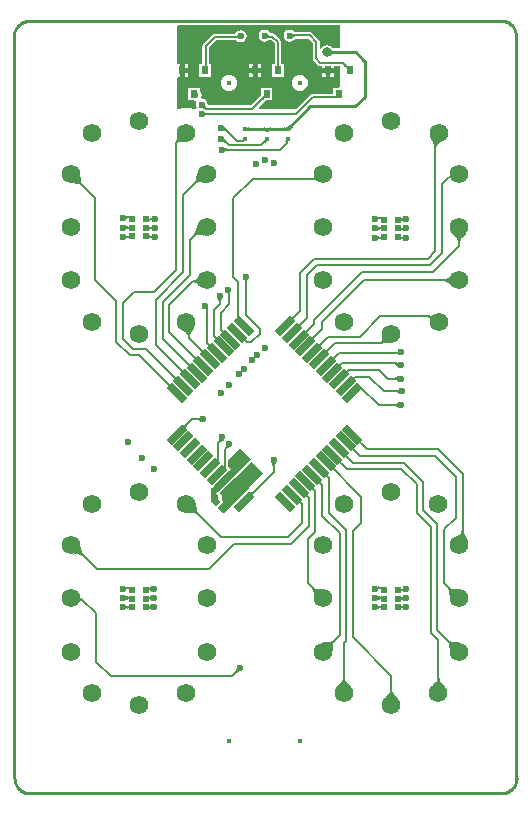
<source format=gtl>
%FSTAX23Y23*%
%MOIN*%
%SFA1B1*%

%IPPOS*%
%AMD35*
4,1,4,-0.000600,0.015000,-0.015000,0.000600,0.000600,-0.015000,0.015000,-0.000600,-0.000600,0.015000,0.0*
%
%AMD36*
4,1,4,0.034800,-0.018100,-0.018100,0.034800,-0.034800,0.018100,0.018100,-0.034800,0.034800,-0.018100,0.0*
%
%AMD37*
4,1,4,-0.018100,-0.034800,0.034800,0.018100,0.018100,0.034800,-0.034800,-0.018100,-0.018100,-0.034800,0.0*
%
%ADD14C,0.010000*%
%ADD31R,0.023620X0.027560*%
%ADD32R,0.017720X0.017720*%
%ADD33R,0.023620X0.023620*%
%ADD34R,0.023620X0.021650*%
G04~CAMADD=35~9~0.0~0.0~204.7~220.5~0.0~0.0~0~0.0~0.0~0.0~0.0~0~0.0~0.0~0.0~0.0~0~0.0~0.0~0.0~45.0~300.0~299.0*
%ADD35D35*%
G04~CAMADD=36~9~0.0~0.0~748.0~236.2~0.0~0.0~0~0.0~0.0~0.0~0.0~0~0.0~0.0~0.0~0.0~0~0.0~0.0~0.0~315.0~696.0~695.0*
%ADD36D36*%
G04~CAMADD=37~9~0.0~0.0~748.0~236.2~0.0~0.0~0~0.0~0.0~0.0~0.0~0~0.0~0.0~0.0~0.0~0~0.0~0.0~0.0~225.0~696.0~695.0*
%ADD37D37*%
%ADD38C,0.006690*%
%ADD39C,0.014960*%
%ADD40C,0.062210*%
%ADD41C,0.023620*%
%ADD42C,0.031500*%
%LNnas-craftsman_nixie_base_v1_1-1*%
%LPD*%
G36*
X18396Y01928D02*
X18395Y01927D01*
X18394Y01926*
X18394Y01925*
X18393Y01924*
X18393Y01923*
X18392Y01922*
X18392Y01921*
X18392Y0192*
X18392Y01919*
X18385*
X18385Y0192*
X18385Y01921*
X18385Y01922*
X18384Y01923*
X18384Y01924*
X18383Y01925*
X18383Y01926*
X18382Y01927*
X18381Y01928*
X1838Y01929*
X18397*
X18396Y01928*
G37*
G36*
X18453Y01875D02*
X18453Y01871D01*
X18453Y0187*
X18453Y01869*
X18454Y01868*
X18454Y01867*
X18455Y01867*
X18455Y01866*
X18456Y01866*
X18443Y01865*
X18443Y01865*
X18444Y01866*
X18444Y01866*
X18445Y01867*
X18445Y01868*
X18445Y01869*
X18446Y0187*
X18446Y01872*
X18446Y01875*
X18453Y01877*
X18453Y01875*
G37*
G36*
X19089Y01872D02*
X19089Y01872D01*
X1909Y01871*
X1909Y01871*
X19091Y01871*
X19091Y01871*
X19092Y01871*
X19092Y01871*
X19093Y01872*
X19093Y01872*
X19087Y0186*
X19087Y01861*
X19087Y01861*
X19087Y01862*
X19087Y01863*
X19087Y01864*
X19086Y01864*
X19086Y01865*
X19085Y01866*
X19084Y01867*
X19083Y01868*
X19088Y01873*
X19089Y01872*
G37*
G36*
X18301Y01832D02*
X18289Y01808D01*
X18289Y01807*
X18289Y01805*
X18282Y01803*
X18282Y01806*
X18281Y01808*
X1828Y0181*
X18279Y01812*
X18277Y01814*
X18275Y01817*
X18272Y01819*
X18269Y01821*
X18266Y01823*
X18262Y01825*
X18304Y01838*
X18301Y01832*
G37*
G36*
X18956Y01783D02*
X18952Y01783D01*
X18945Y01783*
X18942Y01783*
X18939Y01783*
X18937Y01782*
X18934Y01781*
X18932Y0178*
X18931Y01779*
X18929Y01778*
X18924Y01782*
X18926Y01784*
X18927Y01786*
X18928Y01788*
X18929Y0179*
X18929Y01793*
X1893Y01796*
X1893Y01799*
X1893Y01802*
X1893Y01806*
X18929Y0181*
X18956Y01783*
G37*
G36*
X18978Y01716D02*
X18979Y01715D01*
X18979Y01715*
X1898Y01715*
X1898Y01715*
X18981*
X18981Y01715*
X18982Y01715*
X18983Y01715*
X18983Y01716*
X18979Y01703*
X18979Y01704*
X18979Y01704*
X18978Y01705*
X18978Y01706*
X18977Y01707*
X18976Y01708*
X18974Y01711*
X18977Y01716*
X18978Y01716*
G37*
G36*
X18982Y01655D02*
X18981Y01656D01*
X1898Y01657*
X18979Y01657*
X18978Y01658*
X18977Y01658*
X18976Y01659*
X18975Y01659*
X18974Y01659*
X18973Y0166*
X18972Y0166*
Y01666*
X18973Y01666*
X18974Y01667*
X18975Y01667*
X18976Y01667*
X18977Y01668*
X18978Y01668*
X18979Y01669*
X1898Y0167*
X18981Y0167*
X18982Y01671*
Y01655*
G37*
G36*
X18864Y01633D02*
X18865Y01633D01*
X18865Y01633*
X18869Y01629*
X18865Y01624*
X18864Y01625*
X18863Y01626*
X18862Y01626*
X18861Y01627*
X1886Y01627*
X1886Y01627*
X18859Y01627*
X18858Y01627*
X18858Y01627*
X18857Y01626*
X18864Y01633*
X18864Y01633*
G37*
G36*
X18988Y01612D02*
X18987Y01612D01*
X18986Y01613*
X18985Y01614*
X18984Y01615*
X18983Y01615*
X18982Y01616*
X18981Y01616*
X1898Y01616*
X18979Y01616*
X18978Y01616*
Y01623*
X18979Y01623*
X1898Y01623*
X18981Y01624*
X18982Y01624*
X18983Y01624*
X18984Y01625*
X18985Y01626*
X18986Y01626*
X18987Y01627*
X18988Y01628*
Y01612*
G37*
G36*
X18982Y01566D02*
X18981Y01567D01*
X1898Y01568*
X18979Y01569*
X18978Y01569*
X18977Y0157*
X18976Y0157*
X18975Y01571*
X18974Y01571*
X18973Y01571*
X18972Y01571*
X18972Y01578*
X18973Y01578*
X18974Y01578*
X18975Y01578*
X18976Y01579*
X18977Y01579*
X18978Y0158*
X18979Y0158*
X1898Y01581*
X18981Y01582*
X18982Y01583*
X18982Y01566*
G37*
G36*
X18325Y0152D02*
X18324Y01521D01*
X18323Y01522*
X18322Y01523*
X18321Y01523*
X1832Y01524*
X18319Y01524*
X18318Y01525*
X18317Y01525*
X18316Y01525*
X18315Y01525*
Y01532*
X18316Y01532*
X18317Y01532*
X18318Y01532*
X18319Y01532*
X1832Y01533*
X18321Y01533*
X18322Y01534*
X18323Y01535*
X18324Y01536*
X18325Y01537*
Y0152*
G37*
G36*
X18279Y01505D02*
X18278Y01504D01*
X18277Y01503*
X18276Y01502*
X18276Y01501*
X18276Y01501*
X18275Y015*
X18275Y01499*
X18276Y01499*
X18276Y01498*
X18276Y01498*
X18267Y01507*
X18267Y01507*
X18268Y01506*
X18268Y01506*
X18269Y01506*
X1827Y01507*
X1827Y01507*
X18271Y01507*
X18272Y01508*
X18273Y01509*
X18274Y0151*
X18279Y01505*
G37*
G36*
X18401Y01457D02*
X18399Y01456D01*
X18396Y01455*
X18395Y01454*
X18393Y01453*
X18392Y01452*
X18391Y01452*
X18391Y01451*
X18384Y01454*
X18385Y01455*
X18385Y01456*
X18386Y01456*
X18386Y01457*
X18386Y01458*
X18386Y01459*
X18386Y0146*
X18386Y01461*
X18386Y01462*
X18386Y01464*
X18401Y01457*
G37*
G36*
X18422Y01433D02*
X18421Y01433D01*
X18418Y01432*
X18417Y01432*
X18415Y01431*
X18414Y0143*
X18413Y0143*
X18412Y01429*
X18412Y01428*
X18406Y01432*
X18407Y01433*
X18407Y01434*
X18408Y01435*
X18408Y01435*
X18408Y01436*
X18408Y01438*
X18409Y01439*
X18409Y0144*
X18408Y01441*
X18408Y01442*
X18422Y01433*
G37*
G36*
X18576Y01381D02*
X18575Y0138D01*
X18574Y01379*
X18573Y01378*
X18573Y01377*
X18572Y01376*
X18572Y01376*
X18571Y01375*
X18571Y01374*
X18571Y01373*
X18571Y01371*
X18564Y01372*
X18564Y01373*
X18564Y01374*
X18564Y01375*
X18563Y01376*
X18563Y01377*
X18563Y01378*
X18562Y01379*
X18561Y0138*
X1856Y01381*
X1856Y01382*
X18576Y01381*
G37*
G36*
X18534Y01347D02*
X18486Y01299D01*
X18486Y01299*
X18422Y01235*
X18422Y01235*
X18403Y01216*
X18397Y01215*
X18381Y01231*
X18397Y01247*
Y01248*
X18401Y01252*
X18397Y01256*
Y01271*
X18389Y0128*
X18495Y01386*
X18534Y01347*
G37*
G36*
X18491Y01394D02*
X1849Y01392D01*
X18489Y01392*
X18383Y01286*
X18382Y01285*
X18381Y01284*
X18377Y0128*
X18381Y01276*
Y01259*
X18389Y01251*
X18375Y01237*
X1836Y01251*
Y01297*
X1836Y01297*
X18361Y01297*
X18425Y01361*
X18417Y01369*
X18417Y01369*
Y01392*
X18456Y01429*
X18491Y01394*
G37*
G36*
X18501Y01282D02*
X185Y01281D01*
X185Y0128*
X18499Y01279*
X18499Y01279*
X18498Y01278*
X18498Y01277*
X18498Y01277*
X18498Y01276*
X18499Y01275*
X18499Y01275*
X18489Y01284*
X1849Y01284*
X1849Y01284*
X18491Y01284*
X18492Y01284*
X18492Y01284*
X18493Y01284*
X18494Y01285*
X18495Y01285*
X18496Y01286*
X18497Y01287*
X18501Y01282*
G37*
G36*
X18308Y01244D02*
X18312Y01227D01*
X18313Y01224*
X18314Y01222*
X18315Y01219*
X18316Y01218*
X18317Y01216*
X18313Y01211*
X18311Y01212*
X18309Y01213*
X18307Y01214*
X18304Y01215*
X18301Y01216*
X18298Y01216*
X18295Y01216*
X18291Y01216*
X18282Y01214*
X18307Y0125*
X18308Y01244*
G37*
G36*
X19201Y01153D02*
X19201Y01152D01*
X19202Y01151*
X19203Y01147*
X19215Y0112*
X19174Y01136*
X19178Y01138*
X19181Y01139*
X19184Y01141*
X19187Y01143*
X19189Y01145*
X19191Y01147*
X19192Y01149*
X19193Y01151*
X19194Y01154*
X19194Y01156*
X19201Y01153*
G37*
G36*
X17924Y01106D02*
X17928Y01089D01*
X17929Y01086*
X1793Y01083*
X17931Y01081*
X17932Y0108*
X17933Y01078*
X17929Y01073*
X17927Y01074*
X17925Y01075*
X17923Y01076*
X1792Y01077*
X17917Y01077*
X17914Y01078*
X1791Y01078*
X17906Y01077*
X17898Y01076*
X17924Y01111*
X17924Y01106*
G37*
G36*
X18161Y00966D02*
X18161Y00966D01*
Y00959*
X18161Y00959*
Y00954*
X1816Y00955*
X18159Y00956*
X18158Y00956*
X18157Y00957*
X18156Y00958*
X18156Y00958*
X18156Y00958*
X18155Y00957*
X18155Y00957*
X18155Y00956*
X18155Y00956*
Y00958*
X18154Y00958*
X18153Y00959*
X18152Y00959*
X18151Y00959*
Y00966*
X18152Y00966*
X18153Y00966*
X18154Y00966*
X18155Y00966*
Y00969*
X18155Y00968*
X18155Y00968*
X18155Y00967*
X18156Y00967*
X18156Y00967*
X18156Y00967*
X18157Y00967*
X18158Y00968*
X18159Y00969*
X1816Y0097*
X18161Y0097*
Y00966*
G37*
G36*
X18915Y0097D02*
X18915Y0097D01*
X18916Y0097*
X18917Y0097*
X18917Y0097*
X18918Y0097*
X1892Y00969*
X18921Y00969*
X18922Y00969*
Y00963*
X18921Y00963*
X18921Y00963*
X1892Y00962*
X18919Y00962*
X18919Y00962*
X18919Y00962*
X18918Y00962*
X18918Y00961*
X18918Y00961*
X18918Y0096*
X18915Y00971*
X18915Y0097*
G37*
G36*
X18076Y0097D02*
X18077Y0097D01*
X18077Y0097*
X18078Y00969*
X18079Y00969*
X18079Y00969*
X18081Y00969*
X18082Y00969*
X18083Y00969*
Y00962*
X18083Y00962*
X18082Y00962*
X18081Y00962*
X18081Y00962*
X1808Y00962*
X1808Y00961*
X1808Y00961*
X18079Y00961*
X18079Y0096*
X18079Y0096*
X18076Y0097*
X18076Y0097*
G37*
G36*
X18161Y00935D02*
X18161Y00935D01*
Y00928*
X18161Y00928*
Y00923*
X1816Y00924*
X18159Y00925*
X18158Y00926*
X18157Y00926*
X18156Y00927*
X18156Y00927*
X18156Y00927*
X18155Y00926*
X18155Y00926*
X18155Y00925*
X18155Y00925*
Y00927*
X18154Y00928*
X18153Y00928*
X18152Y00928*
X18151Y00928*
Y00935*
X18152Y00935*
X18153Y00935*
X18154Y00935*
X18155Y00935*
Y00938*
X18155Y00937*
X18155Y00937*
X18155Y00936*
X18156Y00936*
X18156Y00936*
X18156Y00936*
X18157Y00937*
X18158Y00937*
X18159Y00938*
X1816Y00939*
X18161Y0094*
Y00935*
G37*
G36*
X19155Y00966D02*
X19157Y00965D01*
X19159Y00964*
X19162Y00963*
X19165Y00963*
X19168Y00962*
X19176Y00961*
X19181Y00961*
X19186Y00961*
X19155Y0093*
X19155Y00935*
X19154Y00948*
X19154Y00951*
X19153Y00954*
X19152Y00957*
X19151Y00959*
X1915Y00961*
X19149Y00963*
X19153Y00967*
X19155Y00966*
G37*
G36*
X18702D02*
X18704Y00965D01*
X18706Y00964*
X18709Y00963*
X18712Y00963*
X18716Y00962*
X18724Y00961*
X18728Y00961*
X18733Y00961*
X18702Y0093*
X18702Y00935*
X18701Y00948*
X18701Y00951*
X187Y00954*
X18699Y00957*
X18698Y00959*
X18697Y00961*
X18696Y00963*
X18701Y00967*
X18702Y00966*
G37*
G36*
X18915Y00939D02*
X18916Y00938D01*
X18917Y00938*
X18918Y00937*
X18919Y00936*
X1892Y00936*
X18921Y00936*
X18922Y00936*
X18922Y00936*
X18923Y00936*
X18924Y00937*
X18924Y00937*
X18924Y00938*
X18924Y00939*
Y00935*
X18925Y00935*
Y00928*
X18924Y00928*
Y00925*
X18924Y00926*
X18924Y00926*
X18924Y00927*
X18923Y00927*
X18922Y00928*
X18922Y00928*
X18921Y00928*
X1892Y00928*
X18919Y00927*
X18918Y00927*
X18917Y00926*
X18916Y00925*
X18915Y00925*
X18915Y00924*
X18915Y0094*
X18915Y00939*
G37*
G36*
X18077Y00939D02*
X18078Y00938D01*
X18079Y00937*
X1808Y00937*
X18081Y00936*
X18082Y00936*
X18082Y00935*
X18083Y00936*
X18083Y00936*
X18084Y00936*
X18084Y00937*
X18084Y00937*
X18084Y00938*
Y00935*
X18085Y00935*
X18086Y00935*
Y00928*
X18085Y00928*
X18084Y00928*
Y00925*
X18084Y00925*
X18084Y00926*
X18084Y00926*
X18083Y00927*
X18083Y00927*
X18082Y00927*
X18082Y00927*
X18081Y00927*
X1808Y00926*
X18079Y00926*
X18078Y00925*
X18077Y00924*
X18076Y00923*
Y0094*
X18077Y00939*
G37*
G36*
X18995Y00936D02*
X18995Y00935D01*
X18995Y00935*
X18996Y00934*
X18996Y00934*
X18997Y00934*
X18998Y00933*
X18999Y00933*
X19Y00933*
X19001Y00933*
Y00926*
X19Y00926*
X18999Y00926*
X18998Y00926*
X18997Y00926*
X18996Y00925*
X18996Y00925*
X18995Y00925*
X18995Y00924*
X18995Y00924*
X18995Y00923*
Y00936*
X18995Y00936*
G37*
G36*
X17924Y00933D02*
X17924Y00932D01*
X17924Y00932*
X17925Y00931*
X17926Y00931*
X17926Y0093*
X17927Y0093*
X17928Y0093*
X17929Y0093*
X1793Y0093*
Y00923*
X17929Y00923*
X17928Y00923*
X17927Y00923*
X17926Y00922*
X17925Y00922*
X17924Y00922*
X17923Y00921*
X17923Y00921*
X17922Y0092*
X17922Y00919*
X17924Y00934*
X17924Y00933*
G37*
G36*
X18161Y00904D02*
X18161D01*
Y00897*
X18161Y00897*
Y00892*
X1816Y00893*
X18159Y00894*
X18158Y00895*
X18157Y00895*
X18156Y00896*
X18156Y00896*
X18156Y00896*
X18155Y00895*
X18155Y00895*
X18155Y00894*
X18155Y00894*
Y00896*
X18154Y00897*
X18153Y00897*
X18152Y00897*
X18151Y00897*
Y00904*
X18152Y00904*
X18153Y00904*
X18154Y00904*
X18155Y00904*
Y00907*
X18155Y00906*
X18155Y00906*
X18155Y00905*
X18156Y00905*
X18156Y00905*
X18156Y00905*
X18157Y00906*
X18158Y00906*
X18159Y00907*
X1816Y00908*
X18161Y00909*
Y00904*
G37*
G36*
X18917Y00906D02*
X18917Y00905D01*
X18918Y00905*
X18918Y00905*
X18919Y00904*
X18919Y00904*
X1892Y00904*
X18921Y00904*
X18922Y00904*
X18923Y00904*
Y00897*
X18922Y00897*
X1892Y00897*
X18919Y00897*
X18919Y00897*
X18918Y00896*
X18917Y00896*
X18917Y00896*
X18917Y00896*
X18916Y00895*
X18917Y00906*
X18917Y00906*
G37*
G36*
X18078Y00905D02*
X18079Y00905D01*
X18079Y00904*
X1808Y00904*
X1808Y00904*
X18081Y00904*
X18081Y00904*
X18082Y00903*
X18083Y00903*
X18084Y00903*
Y00897*
X18083Y00897*
X18081Y00897*
X18081Y00896*
X1808Y00896*
X18079Y00896*
X18079Y00896*
X18078Y00895*
X18078Y00895*
X18078Y00895*
X18078Y00905*
X18078Y00905*
G37*
G36*
X18995Y00907D02*
X18995Y00906D01*
X18995Y00906*
X18996Y00905*
X18996Y00905*
X18997Y00905*
X18998Y00905*
X18999Y00904*
X19Y00904*
X19001Y00904*
Y00898*
X19Y00898*
X18999Y00897*
X18998Y00897*
X18997Y00897*
X18996Y00897*
X18996Y00896*
X18995Y00896*
X18995Y00895*
X18995Y00895*
X18995Y00894*
Y00908*
X18995Y00907*
G37*
G36*
X19155Y00789D02*
X19157Y00788D01*
X19159Y00787*
X19162Y00786*
X19165Y00785*
X19168Y00785*
X19176Y00784*
X19181Y00784*
X19186Y00784*
X19155Y00753*
X19155Y00758*
X19154Y00771*
X19154Y00774*
X19153Y00777*
X19152Y0078*
X19151Y00782*
X1915Y00784*
X19149Y00786*
X19153Y0079*
X19155Y00789*
G37*
G36*
X18771Y00786D02*
X1877Y00784D01*
X18768Y00782*
X18767Y0078*
X18767Y00777*
X18766Y00774*
X18765Y00771*
X18765Y00763*
X18765Y00758*
X18764Y00753*
X18734Y00784*
X18739Y00784*
X18751Y00785*
X18755Y00785*
X18758Y00786*
X1876Y00787*
X18763Y00788*
X18765Y00789*
X18766Y0079*
X18771Y00786*
G37*
G36*
X18456Y00685D02*
X18454Y00685D01*
X18453Y00685*
X18452Y00684*
X18451Y00684*
X18449Y00684*
X18448Y00683*
X18448Y00683*
X18447Y00682*
X18446Y00682*
X18445Y00681*
X1844Y00686*
X18441Y00687*
X18442Y00687*
X18442Y00688*
X18443Y00689*
X18443Y0069*
X18443Y00691*
X18444Y00693*
X18444Y00694*
X18444Y00695*
X18444Y00696*
X18456Y00685*
G37*
G36*
X19121Y00663D02*
X19121Y00661D01*
X19122Y00658*
X19124Y00656*
X19125Y00653*
X19127Y0065*
X19132Y00644*
X19136Y00641*
X19139Y00637*
X19095*
X19099Y00641*
X19107Y0065*
X19109Y00653*
X19111Y00656*
X19112Y00658*
X19113Y00661*
X19114Y00663*
X19114Y00665*
X19121*
X19121Y00663*
G37*
G36*
X18806D02*
X18806Y00661D01*
X18807Y00658*
X18809Y00656*
X1881Y00653*
X18812Y0065*
X18817Y00644*
X18821Y00641*
X18824Y00637*
X18781*
X18784Y00641*
X18792Y0065*
X18794Y00653*
X18796Y00656*
X18797Y00658*
X18798Y00661*
X18799Y00663*
X18799Y00665*
X18806*
X18806Y00663*
G37*
G36*
X18963Y00623D02*
X18964Y00621D01*
X18965Y00619*
X18966Y00616*
X18968Y00614*
X1897Y00611*
X18975Y00605*
X18978Y00601*
X18982Y00598*
X18938*
X18942Y00601*
X1895Y00611*
X18952Y00614*
X18953Y00616*
X18955Y00619*
X18956Y00621*
X18956Y00623*
X18956Y00625*
X18963*
X18963Y00623*
G37*
G36*
X18629Y02814D02*
X18631Y02813D01*
X18632Y02812*
X18634Y02812*
X18635Y02811*
X18636Y02811*
X18637Y02811*
X18638Y02811*
X18639Y02811*
X1864Y02804*
X18639Y02804*
X18638Y02804*
X18637Y02803*
X18636Y02803*
X18635Y02803*
X18634Y02802*
X18633Y02801*
X18632Y02801*
X18631Y028*
X1863Y02799*
X18628Y02815*
X18629Y02814*
G37*
G36*
X18527Y0284D02*
D01*
X18788*
Y02767*
X18785Y02764*
X18765*
X18762Y02767*
X18755Y02772*
X18745Y02774*
X18736Y02772*
X18728Y02767*
X18726Y02763*
X18721Y02765*
Y02786*
X1872Y0279*
X18717Y02794*
X18696Y02815*
X18692Y02818*
X18688Y02819*
X18636*
X18635Y0282*
X18628Y02824*
X18621Y02826*
X18613Y02824*
X18607Y0282*
X18602Y02813*
X18601Y02806*
X18602Y02798*
X18607Y02792*
X18613Y02787*
X18621Y02786*
X18628Y02787*
X18635Y02792*
X18638Y02796*
X18683*
X18698Y02781*
Y0273*
X18699Y02726*
X18701Y02722*
X18716Y02707*
X1872Y02705*
X18724Y02704*
X18729*
Y02698*
X18748*
Y02691*
Y02698*
X18768*
Y02704*
X18788*
Y02637*
X18785Y02633*
X18766*
Y02613*
X18699*
X18694Y02612*
X18691Y02609*
X18643Y02562*
X1852*
X18518Y02567*
X18541Y0259*
X18564*
Y02633*
X18525*
Y02606*
X18492Y02574*
X1835*
X18348Y02576*
X18347Y02584*
X18342Y0259*
X18336Y02595*
X18328Y02596*
X18328Y02596*
X18325Y026*
X18326Y02601*
X18328Y02609*
X18326Y02617*
X18322Y02623*
X18321Y02624*
Y02633*
X18281*
Y0259*
X18301*
X18307Y02589*
X18308Y02589*
X1831Y02585*
X1831Y02584*
X18308Y02576*
X1831Y02568*
X18311Y02567*
X18309Y02562*
X18298*
X18293Y02564*
X18277Y02565*
X18261Y02564*
X18256Y02562*
X18247*
Y02665*
X1825Y02669*
X18256*
Y02691*
Y02712*
X18247*
Y02837*
X1825Y0284*
X18527*
G37*
G36*
X18757Y0276D02*
X18759Y02759D01*
X1876Y02758*
X18761Y02757*
X18763Y02757*
X18764Y02756*
X18765Y02756*
X18767Y02756*
X18768Y02755*
X18769Y02755*
X1877Y02745*
X18768Y02745*
X18767Y02745*
X18766Y02745*
X18764Y02744*
X18763Y02744*
X18762Y02743*
X18761Y02742*
X18759Y02741*
X18758Y0274*
X18757Y02739*
X18756Y02761*
X18757Y0276*
G37*
G36*
X18811Y02708D02*
X18814Y02705D01*
X18815Y02705*
X18816Y02704*
X18817Y02704*
X18818Y02703*
X18818Y02704*
X18819Y02704*
X18819Y02704*
X18812Y02693*
X18812Y02694*
X18812Y02695*
X18812Y02695*
X18811Y02696*
X18811Y02698*
X1881Y02699*
X18809Y027*
X18806Y02703*
X18804Y02705*
X1881Y02709*
X18811Y02708*
G37*
G36*
X18542Y02598D02*
X18542Y02599D01*
X18541Y02599*
X1854*
X1854Y02599*
X18539Y02598*
X18538Y02598*
X18537Y02597*
X18536Y02596*
X18533Y02593*
X18528Y02598*
X18529Y026*
X18532Y02602*
X18532Y02603*
X18533Y02604*
X18533Y02605*
X18533Y02606*
Y02606*
X18533Y02607*
X18533Y02608*
X18542Y02598*
G37*
G36*
X18774D02*
X18774Y02598D01*
X18774Y02598*
X18773Y02598*
X18767Y02598*
Y02605*
X18769Y02605*
X1877Y02605*
X18771Y02605*
X18772Y02605*
X18772Y02606*
X18773Y02606*
X18774Y02606*
X18774Y02607*
X18774Y02607*
X18774Y02608*
Y02598*
G37*
G36*
X1834Y02575D02*
X1834Y02573D01*
X1834Y02572*
X18341Y02571*
X18341Y0257*
X18341Y02569*
X18342Y02568*
X18342Y02567*
X18343Y02566*
X18344Y02565*
X18339Y02561*
X18338Y02561*
X18337Y02562*
X18336Y02562*
X18335Y02563*
X18334Y02563*
X18333Y02564*
X18332Y02564*
X18331Y02564*
X1833Y02564*
X18328Y02564*
X1834Y02576*
X1834Y02575*
G37*
G36*
X1863Y02503D02*
X18628Y02501D01*
X18625Y02497*
X18624Y02496*
X18623Y02494*
X18623Y02493*
X18622Y02492*
X18622Y0249*
X18623Y0249*
X18623Y02489*
X1861Y02504*
X18611Y02503*
X18612Y02503*
X18613*
X18614Y02503*
X18615Y02504*
X18617Y02504*
X18618Y02506*
X1862Y02507*
X18624Y02511*
X1863Y02503*
G37*
G36*
X18606Y02486D02*
X18606Y02487D01*
X18605Y02487*
X18605Y02488*
X18604Y02488*
X18603Y02488*
X18602Y02489*
X18601Y02489*
X18599Y02489*
X18596Y02489*
Y02499*
X18598Y02499*
X18599Y02499*
X18601Y025*
X18602Y025*
X18603Y025*
X18604Y02501*
X18605Y02501*
X18605Y02502*
X18606Y02503*
X18606Y02504*
Y02486*
G37*
G36*
X18405Y02502D02*
X18408Y02498D01*
X18408Y02497*
X1841Y02495*
X18411Y02494*
X18409Y02486*
X18408Y02487*
X18407Y02487*
X18407Y02488*
X18406Y02488*
X18405Y02488*
X18404Y02488*
X18403Y02488*
X18402Y02488*
X18401Y02488*
X184Y02487*
X18405Y02503*
X18405Y02502*
G37*
G36*
X18483Y02502D02*
X18483Y02502D01*
X18484Y02501*
X18485Y02501*
X18485Y025*
X18487Y025*
X18488Y02499*
X18489Y02499*
X18491Y02499*
X18493Y02499*
Y02489*
X18491Y02489*
X18488Y02489*
X18487Y02489*
X18485Y02488*
X18485Y02488*
X18484Y02487*
X18483Y02487*
X18483Y02486*
X18483Y02486*
Y02503*
X18483Y02502*
G37*
G36*
X18556Y02501D02*
X18556Y02501D01*
X18557Y025*
X18558Y025*
X18558Y025*
X1856Y025*
X18561Y02499*
X18562Y02499*
X18566Y02499*
Y02489*
X18564Y02489*
X18562Y02489*
X18561Y02489*
X1856Y02488*
X18558Y02488*
X18558Y02487*
X18557Y02487*
X18556Y02486*
X18556Y02485*
X18556Y02484*
Y02502*
X18556Y02501*
G37*
G36*
X18538Y02484D02*
X18538Y02485D01*
X18538Y02486*
X18538Y02487*
X18537Y02487*
X18536Y02488*
X18535Y02488*
X18534Y02489*
X18532Y02489*
X1853Y02489*
X18528Y02489*
Y02499*
X1853Y02499*
X18534Y02499*
X18535Y025*
X18536Y025*
X18537Y025*
X18538Y025*
X18538Y02501*
X18538Y02501*
X18538Y02502*
Y02484*
G37*
G36*
X18548Y02453D02*
X18547Y02453D01*
X18547Y02454*
X18546Y02454*
X18545Y02453*
X18544Y02453*
X18543Y02452*
X18542Y02452*
X18541Y02451*
X18538Y02448*
X18534Y02453*
X18535Y02454*
X18537Y02457*
X18538Y02458*
X18539Y02459*
X18539Y0246*
X18539Y02461*
X18539Y02461*
X18539Y02462*
X18539Y02462*
X18548Y02453*
G37*
G36*
X18272Y02452D02*
X18268Y02452D01*
X18265Y02453*
X18262Y02453*
X18259Y02453*
X18256Y02452*
X18254Y02452*
X18252Y02451*
X18249Y0245*
X18248Y02449*
X18246Y02447*
X18241Y02452*
X18243Y02454*
X18244Y02455*
X18245Y02457*
X18246Y0246*
X18246Y02462*
X18247Y02465*
X18247Y02468*
X18247Y02471*
X18246Y02474*
X18246Y02478*
X18272Y02452*
G37*
G36*
X18617Y02455D02*
X18617Y02455D01*
X18616Y02454*
X18616Y02454*
X18616Y02453*
X18615Y02453*
X18615Y02452*
X18615Y02451*
X18615Y0245*
X18615Y02448*
X18608*
X18608Y0245*
X18608Y02452*
X18608Y02452*
X18608Y02453*
X18607Y02454*
X18607Y02454*
X18607Y02454*
X18606Y02455*
X18606Y02455*
X18618Y02455*
X18617Y02455*
G37*
G36*
X18406Y02462D02*
X18407Y0246D01*
X18407Y02458*
X18408Y02457*
X18408Y02456*
X18409Y02455*
X18409Y02454*
X1841Y02454*
X18411Y02453*
X18407Y02447*
X18406Y02448*
X18405Y02449*
X18404Y02449*
X18403Y0245*
X18402Y0245*
X18401Y0245*
X184Y0245*
X18399Y0245*
X18398Y0245*
X18397Y0245*
X18406Y02464*
X18406Y02462*
G37*
G36*
X1913Y02454D02*
X19127Y02452D01*
X19123Y02451*
X1912Y02449*
X19118Y02447*
X19115Y02445*
X19114Y02442*
X19112Y0244*
X19111Y02438*
X1911Y02436*
X1911Y02434*
X19104Y02436*
X19103Y02437*
X19103Y02439*
X19102Y02441*
X19099Y0245*
X1909Y02469*
X1913Y02454*
G37*
G36*
X18404Y02434D02*
X18405Y02433D01*
X18406Y02432*
X18407Y02431*
X18408Y02431*
X18409Y0243*
X1841Y0243*
X18411Y0243*
X18412Y0243*
X18413Y0243*
Y02423*
X18412Y02423*
X18411Y02423*
X1841Y02422*
X18409Y02422*
X18408Y02422*
X18407Y02421*
X18406Y0242*
X18405Y0242*
X18404Y02419*
X18403Y02418*
Y02435*
X18404Y02434*
G37*
G36*
X19159Y0233D02*
X19159Y0233D01*
X19159Y0233*
X19159Y0233*
X19158Y0233*
X19157Y02331*
X19157Y02331*
X19155Y02331*
X19153Y02331*
Y02338*
X19154Y02338*
X19154Y02338*
X19155Y02338*
X19155Y02338*
X19155Y02338*
X19156Y02338*
X19156Y02338*
X19156Y02338*
X19156Y02339*
X19156Y02339*
X19159Y0233*
G37*
G36*
X18708Y02327D02*
X18708Y02327D01*
X18708Y02327*
X18708Y02327*
X18707Y02328*
X18707Y02327*
X18706Y02327*
X18706Y02327*
X18706Y02327*
X18705Y02326*
X18705Y02326*
X187Y02331*
X18701Y02332*
X18703Y02334*
X18703Y02334*
X18703Y02335*
X18704Y02336*
X18704Y02336*
X18704Y02336*
X18704Y02337*
X18708Y02327*
G37*
G36*
X18338Y02315D02*
X18334Y02316D01*
X18326Y02317*
X18322Y02317*
X18319Y02317*
X18316Y02317*
X18314Y02316*
X18312Y02315*
X1831Y02314*
X18308Y02312*
X18304Y02318*
X18305Y02319*
X18306Y02321*
X18307Y02323*
X18308Y02326*
X1831Y02332*
X18314Y02346*
X18315Y02352*
X18338Y02315*
G37*
G36*
X17924Y0234D02*
X17925Y02327D01*
X17925Y02324*
X17926Y0232*
X17927Y02318*
X17928Y02316*
X17929Y02314*
X1793Y02312*
X17925Y02307*
X17924Y02309*
X17922Y0231*
X1792Y02311*
X17917Y02312*
X17914Y02312*
X17911Y02313*
X17903Y02314*
X17898Y02314*
X17893Y02314*
X17924Y02344*
X17924Y0234*
G37*
G36*
X18999Y02196D02*
X19001Y02196D01*
Y02189*
X19*
X19001Y02185*
X19Y02186*
X18998Y02187*
X18997Y02188*
X18996Y02188*
X18995Y02188*
X18995Y02188*
X18994Y02188*
X18994Y02187*
X18994Y02187*
X18994Y02186*
Y02189*
X18993Y02189*
X18992Y02189*
X18991Y02189*
X1899Y02189*
X18989Y02196*
X1899Y02196*
X18992Y02196*
X18993Y02197*
X18993Y02197*
X18994Y02197*
Y02199*
X18994Y02199*
X18994Y02198*
X18994Y02198*
X18995Y02197*
X18995Y02198*
X18996Y02199*
X18997Y02199*
X18998Y022*
X18999Y02201*
X18999Y02196*
G37*
G36*
X18075Y02205D02*
X18075Y02205D01*
X18076Y02204*
X18076Y02204*
X18077Y02204*
X18078Y02204*
X18079Y02204*
X18081Y02204*
X18082Y02204*
Y02197*
X18081Y02197*
X1808Y02197*
X1808Y02197*
X18079Y02197*
X18079Y02196*
X18078Y02196*
X18078Y02196*
X18078Y02196*
X18077Y02195*
X18077Y02195*
X18074Y02205*
X18075Y02205*
G37*
G36*
X18915Y02202D02*
X18915Y02202D01*
X18916Y02202*
X18916Y02201*
X18917Y02201*
X18918Y02201*
X1892Y02201*
X18921Y02201*
X18922Y02201*
Y02194*
X18921Y02194*
X18921Y02194*
X1892Y02194*
X18919Y02194*
X18919Y02194*
X18919Y02193*
X18918Y02193*
X18918Y02193*
X18918Y02193*
X18918Y02192*
X18915Y02202*
X18915Y02202*
G37*
G36*
X18168Y02186D02*
X18166Y02187D01*
X18164Y02188*
X18163Y02189*
X18161Y0219*
X1816Y0219*
X18159Y0219*
X18158Y0219*
X18157Y0219*
X18155Y02197*
X18156Y02197*
X18157Y02197*
X18158Y02197*
X18159Y02198*
X1816Y02198*
X18161Y02199*
X18162Y022*
X18163Y022*
X18163Y02201*
X18164Y02202*
X18168Y02186*
G37*
G36*
X18167Y02156D02*
X18165Y02157D01*
X18163Y02158*
X18162Y02159*
X18161Y0216*
X1816Y0216*
X18159Y0216*
X18158Y02161*
X18158Y02161*
X18157Y0216*
X18156Y0216*
X18156Y0216*
X18155Y02159*
X18155Y02159*
X18154Y02159*
X18154Y02158*
X18154Y02157*
Y02171*
X18154Y0217*
X18154Y0217*
X18155Y02169*
X18155Y02169*
X18156Y02168*
X18156Y02168*
X18157Y02168*
X18158Y02168*
X18158Y02168*
X18159Y02168*
X1816Y02169*
X18161Y02169*
X18162Y0217*
X18163Y02171*
X18164Y02172*
X18165Y02173*
X18167Y02156*
G37*
G36*
X18075Y02174D02*
X18076Y02173D01*
X18077Y02172*
X18078Y02171*
X18079Y02171*
X1808Y0217*
X18081Y0217*
X18081Y0217*
X18082Y0217*
X18082Y02171*
X18083Y02171*
X18083Y02172*
X18083Y02172*
X18084Y02173*
Y0217*
X18084Y0217*
Y02163*
X18084Y02163*
Y0216*
X18083Y0216*
X18083Y02161*
X18083Y02161*
X18082Y02162*
X18082Y02162*
X18081Y02162*
X18081Y02162*
X1808Y02162*
X18079Y02162*
X18078Y02161*
X18077Y0216*
X18076Y0216*
X18075Y02159*
X18074Y02158*
Y02174*
X18075Y02174*
G37*
G36*
X18915Y02171D02*
X18916Y0217D01*
X18917Y02169*
X18918Y02169*
X18919Y02168*
X1892Y02168*
X18921Y02167*
X18922Y02168*
X18922Y02168*
X18923Y02168*
X18923Y02169*
X18923Y0217*
X18923Y0217*
Y02167*
X18923Y02167*
X18924Y02167*
Y0216*
X18923Y0216*
X18923Y0216*
Y02157*
X18923Y02157*
X18923Y02158*
X18923Y02159*
X18922Y02159*
X18922Y02159*
X18921Y0216*
X1892Y02159*
X18919Y02159*
X18918Y02158*
X18917Y02158*
X18916Y02157*
X18915Y02156*
X18914Y02155*
X18914Y02172*
X18915Y02171*
G37*
G36*
X18165Y02127D02*
X18164Y02128D01*
X18163Y02129*
X18162Y02129*
X18161Y0213*
X1816Y02131*
X18159Y02131*
X18158Y02131*
X18158Y02132*
X18157Y02132*
X18156Y02131*
X18156Y02131*
X18155Y02131*
X18155Y0213*
X18154Y0213*
X18154Y02129*
X18154Y02129*
Y02142*
X18154Y02141*
X18154Y02141*
X18155Y0214*
X18155Y0214*
X18156Y02139*
X18156Y02139*
X18157Y02139*
X18158Y02139*
X18159Y02139*
X1816Y02139*
X18161Y0214*
X18162Y0214*
X18163Y02141*
X18164Y02142*
X18165Y02142*
X18166Y02143*
X18165Y02127*
G37*
G36*
X18335Y02139D02*
X18331Y0214D01*
X18327Y02141*
X18323Y02142*
X1832Y02142*
X18317Y02142*
X18314Y02142*
X18312Y02142*
X1831Y02141*
X18308Y0214*
X18306Y02138*
X18303Y02145*
X18303Y02145*
X18304Y02147*
X18305Y02149*
X18309Y02158*
X18316Y02178*
X18335Y02139*
G37*
G36*
X18077Y0214D02*
X18077Y0214D01*
X18077Y02139*
X18078Y02139*
X18078Y02139*
X18079Y02139*
X1808Y02138*
X1808Y02138*
X18081Y02138*
X18082Y02138*
Y02132*
X18081Y02132*
X18079Y02131*
X18079Y02131*
X18078Y02131*
X18078Y02131*
X18077Y02131*
X18077Y0213*
X18076Y0213*
X18076Y0213*
X18076Y0214*
X18077Y0214*
G37*
G36*
X18917Y02137D02*
X18917Y02137D01*
X18918Y02137*
X18918Y02136*
X18919Y02136*
X18919Y02136*
X1892Y02136*
X18921Y02136*
X18922Y02136*
X18922Y02136*
Y02129*
X18922Y02129*
X1892Y02129*
X18919Y02129*
X18918Y02128*
X18918Y02128*
X18917Y02128*
X18917Y02128*
X18917Y02127*
X18916Y02127*
X18917Y02138*
X18917Y02137*
G37*
G36*
X19208Y02145D02*
X19205Y02142D01*
X19196Y02132*
X19194Y0213*
X19192Y02127*
X19191Y02124*
X1919Y02122*
X1919Y0212*
X19189Y02118*
X19183Y02118*
X19183Y0212*
X19182Y02122*
X19181Y02124*
X1918Y02127*
X19178Y0213*
X19176Y02132*
X19171Y02139*
X19168Y02142*
X19164Y02146*
X19208Y02145*
G37*
G36*
X18483Y01994D02*
X18482Y01993D01*
X18481Y01992*
X18481Y01991*
X1848Y0199*
X1848Y01989*
X18479Y01988*
X18479Y01987*
X18479Y01986*
X18479Y01985*
X18472*
X18472Y01986*
X18472Y01987*
X18472Y01988*
X18472Y01989*
X18471Y0199*
X18471Y01991*
X1847Y01992*
X18469Y01993*
X18468Y01994*
X18467Y01995*
X18484*
X18483Y01994*
G37*
G36*
X18322Y01971D02*
X1832Y01973D01*
X18317Y01975*
X18315Y01977*
X18313Y01979*
X18311Y0198*
X18309Y01982*
X18306Y01983*
X18304Y01983*
X18302Y01984*
X183Y01984*
Y0199*
X18302Y01991*
X18304Y01991*
X18306Y01992*
X18308Y01993*
X1831Y01994*
X18311Y01996*
X18313Y01997*
X18315Y02*
X18316Y02002*
X18318Y02005*
X18322Y01971*
G37*
G36*
X19164Y01969D02*
X19161Y01972D01*
X19151Y0198*
X19148Y01983*
X19146Y01984*
X19143Y01985*
X19141Y01986*
X19139Y01987*
X19137Y01987*
Y01994*
X19139Y01994*
X19141Y01995*
X19143Y01995*
X19146Y01997*
X19148Y01998*
X19151Y02*
X19157Y02006*
X19161Y02009*
X19164Y02012*
Y01969*
G37*
%LNnas-craftsman_nixie_base_v1_1-2*%
%LPC*%
G36*
X18458Y02825D02*
X1845Y02823D01*
X18444Y02819*
X1844Y02813*
X18373*
X18368Y02812*
X18365Y0281*
X18333Y02778*
X18331Y02775*
X1833Y0277*
Y02712*
X18319*
Y02669*
X18358*
Y02712*
X18353*
Y02765*
X18377Y0279*
X18444*
X1845Y02786*
X18458Y02785*
X18465Y02786*
X18472Y02791*
X18476Y02797*
X18478Y02805*
X18476Y02812*
X18472Y02819*
X18465Y02823*
X18458Y02825*
G37*
G36*
X18283Y02712D02*
X18272D01*
Y02698*
X18283*
Y02712*
G37*
G36*
X18527D02*
X18515D01*
Y02698*
X18527*
Y02712*
G37*
G36*
X18499D02*
X18487D01*
Y02698*
X18499*
Y02712*
G37*
G36*
X18768Y02683D02*
X18756D01*
Y02669*
X18768*
Y02683*
G37*
G36*
X18741D02*
X18729D01*
Y02669*
X18741*
Y02683*
G37*
G36*
X18538Y02826D02*
X1853Y02824D01*
X18524Y0282*
X1852Y02813*
X18518Y02806*
X1852Y02798*
X18524Y02792*
X1853Y02787*
X18538Y02786*
X18546Y02787*
X18552Y02791*
X18559*
X18571Y0278*
Y02712*
X18562*
Y02669*
X18602*
Y02712*
X18593*
Y02784*
X18593Y02789*
X1859Y02793*
X18572Y02811*
X18568Y02813*
X18564Y02814*
X18556*
X18552Y0282*
X18546Y02824*
X18538Y02826*
G37*
G36*
X18527Y02683D02*
X18515D01*
Y02669*
X18527*
Y02683*
G37*
G36*
X18499D02*
X18487D01*
Y02669*
X18499*
Y02683*
G37*
G36*
X18283D02*
X18272D01*
Y02669*
X18283*
Y02683*
G37*
G36*
X18655Y02676D02*
X18648Y02675D01*
X18642Y02672*
X18636Y02668*
X18632Y02662*
X18629Y02656*
X18628Y02649*
X18629Y02642*
X18632Y02635*
X18636Y0263*
X18642Y02626*
X18648Y02623*
X18655Y02622*
X18662Y02623*
X18669Y02626*
X18674Y0263*
X18679Y02635*
X18681Y02642*
X18682Y02649*
X18681Y02656*
X18679Y02662*
X18674Y02668*
X18669Y02672*
X18662Y02675*
X18655Y02676*
G37*
G36*
X18419D02*
X18412Y02675D01*
X18406Y02672*
X184Y02668*
X18396Y02662*
X18393Y02656*
X18392Y02649*
X18393Y02642*
X18396Y02635*
X184Y0263*
X18406Y02626*
X18412Y02623*
X18419Y02622*
X18426Y02623*
X18433Y02626*
X18438Y0263*
X18442Y02635*
X18445Y02642*
X18446Y02649*
X18445Y02656*
X18442Y02662*
X18438Y02668*
X18433Y02672*
X18426Y02675*
X18419Y02676*
G37*
%LNnas-craftsman_nixie_base_v1_1-3*%
%LPD*%
G36*
X18452Y02795D02*
X18451Y02795D01*
X18447Y02797*
X18446Y02797*
X18444Y02798*
X18443Y02798*
X18442Y02798*
X18441Y02798*
X18439Y02805*
X1844Y02805*
X18441Y02805*
X18442Y02805*
X18443Y02806*
X18444Y02806*
X18445Y02807*
X18445Y02808*
X18446Y02808*
X18447Y02809*
X18447Y0281*
X18452Y02795*
G37*
G36*
X18345Y0271D02*
X18345Y02708D01*
X18345Y02707*
X18345Y02707*
X18346Y02706*
X18346Y02705*
X18346Y02705*
X18347Y02704*
X18347Y02704*
X18348Y02704*
X18335*
X18335Y02704*
X18336Y02704*
X18336Y02705*
X18337Y02705*
X18337Y02706*
X18338Y02707*
X18338Y02707*
X18338Y02708*
X18338Y0271*
X18338Y02711*
X18345*
X18345Y0271*
G37*
G36*
X18549Y02811D02*
X1855Y0281D01*
X1855Y02809*
X18551Y02808*
X18552Y02807*
X18553Y02807*
X18554Y02807*
X18555Y02806*
X18556Y02806*
X18557Y02806*
X18555Y02799*
X18554Y02799*
X18553Y02799*
X18552Y02799*
X18551Y02799*
X1855Y02798*
X18548Y02798*
X18547Y02797*
X18544Y02796*
X18548Y02812*
X18549Y02811*
G37*
G36*
X18585Y0271D02*
X18585Y02708D01*
X18586Y02707*
X18586Y02707*
X18586Y02706*
X18587Y02705*
X18587Y02705*
X18587Y02704*
X18588Y02704*
X18589Y02704*
X18575*
X18576Y02704*
X18576Y02704*
X18577Y02705*
X18577Y02705*
X18578Y02706*
X18578Y02707*
X18578Y02707*
X18578Y02708*
X18579Y0271*
X18579Y02711*
X18585*
X18585Y0271*
G37*
G54D14*
X1869Y0257D02*
X1884D01*
X18615Y02495D02*
X18618Y02499D01*
X18619*
X1869Y0257*
X18871Y02601D02*
Y0272D01*
X1884Y0257D02*
X18871Y02601D01*
X18841Y0275D02*
X18868Y02723D01*
Y02723D02*
Y02723D01*
X18746Y0275D02*
X18841D01*
X18868Y02723D02*
X18871Y0272D01*
X18745Y0275D02*
X18746Y0275D01*
X18547Y02493D02*
X18548Y02494D01*
X18613*
X18474Y02494D02*
X18474Y02494D01*
X18546D02*
X18547Y02493D01*
X18474Y02494D02*
X18546D01*
X18612Y02498D02*
X18615Y02495D01*
X17704Y00331D02*
D01*
X17705Y00327*
X17705Y00324*
X17706Y0032*
X17706Y00317*
X17707Y00314*
X17709Y00311*
X1771Y00307*
X17712Y00304*
X17714Y00301*
X17716Y00299*
X17718Y00296*
X17721Y00294*
X17724Y00291*
X17726Y00289*
X17729Y00288*
X17733Y00286*
X17736Y00284*
X17739Y00283*
X17742Y00282*
X17746Y00282*
X17749Y00281*
X17753Y00281*
X17754Y00281*
X17753Y02855D02*
D01*
X17749Y02855*
X17746Y02855*
X17743Y02854*
X17739Y02853*
X17736Y02852*
X17733Y02851*
X1773Y02849*
X17726Y02848*
X17724Y02846*
X17721Y02843*
X17718Y02841*
X17716Y02839*
X17714Y02836*
X17712Y02833*
X1771Y0283*
X17708Y02827*
X17707Y02824*
X17705Y02821*
X17704Y02817*
X17704Y02814*
X17703Y0281*
X17703Y02807*
X17703Y02805*
X19376D02*
D01*
X19376Y02809*
X19376Y02812*
X19375Y02815*
X19374Y02819*
X19373Y02822*
X19372Y02825*
X1937Y02829*
X19369Y02832*
X19367Y02834*
X19365Y02837*
X19362Y0284*
X1936Y02842*
X19357Y02845*
X19354Y02847*
X19351Y02848*
X19348Y0285*
X19345Y02851*
X19342Y02853*
X19338Y02854*
X19335Y02854*
X19331Y02855*
X19328Y02855*
X19326Y02855*
X19328Y00281D02*
D01*
X19331Y00281*
X19335Y00281*
X19338Y00282*
X19342Y00283*
X19345Y00284*
X19348Y00285*
X19351Y00287*
X19354Y00288*
X19357Y0029*
X1936Y00293*
X19362Y00295*
X19365Y00297*
X19367Y003*
X19369Y00303*
X19371Y00306*
X19373Y00309*
X19374Y00312*
X19375Y00315*
X19376Y00319*
X19377Y00322*
X19377Y00326*
X19378Y00329*
X19378Y00331*
X17935Y00281D02*
X19132D01*
X1794Y02855D02*
X19134D01*
X17753D02*
X19326D01*
X17754Y00281D02*
X19328D01*
X17703Y00334D02*
Y02805D01*
X19376Y00328D02*
Y02809D01*
G54D31*
X18339Y02691D03*
X18264D03*
X18301Y02612D03*
X18582Y02691D03*
X18507D03*
X18545Y02612D03*
X18823Y02691D03*
X18748D03*
X18786Y02612D03*
G54D32*
X18615Y02463D03*
Y02495D03*
X18547Y02462D03*
Y02493D03*
X18474Y02463D03*
Y02494D03*
G54D33*
X18096Y00957D03*
Y009D03*
X18143Y00957D03*
Y009D03*
X18142Y02137D03*
Y02194D03*
X18095Y02137D03*
Y02194D03*
X18982Y02136D03*
Y02193D03*
X18935Y02136D03*
Y02193D03*
X18936Y00957D03*
Y009D03*
X18983Y00957D03*
Y009D03*
G54D34*
X18096Y00928D03*
X18143D03*
X18142Y02166D03*
X18095D03*
X18982Y02164D03*
X18935D03*
X18936Y00929D03*
X18983D03*
G54D35*
X18397Y01231D03*
X18375Y01253D03*
G54D36*
X1883Y01476D03*
X18808Y01454D03*
X18785Y01432D03*
X18763Y01409D03*
X18741Y01387D03*
X18718Y01365D03*
X18696Y01342D03*
X18674Y0132D03*
X18652Y01298D03*
X18629Y01276D03*
X18607Y01253D03*
X18245Y01615D03*
X18267Y01638D03*
X1829Y0166D03*
X18312Y01682D03*
X18334Y01704D03*
X18357Y01727D03*
X18379Y01749D03*
X18401Y01771D03*
X18423Y01793D03*
X18446Y01816D03*
X18468Y01838D03*
G54D37*
X18468Y01253D03*
X18446Y01276D03*
X18423Y01298D03*
X18401Y0132D03*
X18379Y01342D03*
X18357Y01365D03*
X18334Y01387D03*
X18312Y01409D03*
X1829Y01432D03*
X18267Y01454D03*
X18245Y01476D03*
X18607Y01838D03*
X18629Y01816D03*
X18652Y01793D03*
X18674Y01771D03*
X18696Y01749D03*
X18718Y01727D03*
X18741Y01704D03*
X18763Y01682D03*
X18785Y0166D03*
X18808Y01638D03*
X1883Y01615D03*
G54D38*
X18143Y009D02*
X18144Y009D01*
X1817*
X18146Y00931D02*
X1817D01*
X18143Y00928D02*
X18146Y00931D01*
X18143Y00957D02*
X18148Y00962D01*
X1817*
X18904Y02194D02*
X18908D01*
X18905Y02164D02*
X18931D01*
X18906Y02133D02*
X18906Y02132D01*
X18065Y00962D02*
X1807D01*
X18066Y00931D02*
X18093D01*
X18067Y00901D02*
X18068Y009D01*
X18063Y02197D02*
X18068D01*
X18066Y02166D02*
X18091D01*
X18065Y02136D02*
X18066Y02135D01*
X18994Y02133D02*
X19008D01*
X18982Y02132D02*
X18993D01*
X18994Y00901D02*
X19011D01*
X18982Y009D02*
X18993D01*
X18141Y02135D02*
X18153D01*
X18995Y00959D02*
X19008D01*
X19009Y0093D02*
X1901Y00931D01*
X18994Y0093D02*
X19009D01*
X18982Y00929D02*
X18993D01*
X18395Y02505D02*
X18446Y02454D01*
X18982Y00957D02*
X18993D01*
X18155Y02194D02*
X18168D01*
X18141Y02192D02*
X18153D01*
X19009Y02161D02*
X1901Y02163D01*
X18994Y02161D02*
X19009D01*
X18982Y02161D02*
X18993D01*
X1873Y01853D02*
X18868Y0199D01*
X19186*
X18703Y01857D02*
X18864Y02018D01*
X19099*
X19186Y02105*
X18713Y02041D02*
X1909D01*
X19129Y0208*
X18704Y02063D02*
X19081D01*
X19107Y02089*
X17977Y00719D02*
Y0088D01*
X18025Y00671D02*
X1843D01*
X17977Y00719D02*
X18025Y00671D01*
X19067Y01224D02*
Y01319D01*
X19004Y01383D02*
X19067Y01319D01*
X1908Y01211D02*
D01*
X19067Y01224D02*
X1908Y01211D01*
X19114Y01178D01*
X17899Y01107D02*
X1798Y01027D01*
X18351*
X18437Y01113*
X17894Y01107D02*
X17899D01*
X19184Y01105D02*
X19195Y01116D01*
X19198Y01124D02*
Y01346D01*
X19115Y01428D02*
X19198Y01346D01*
X19106Y01405D02*
X19175Y01336D01*
Y01199D02*
Y01336D01*
X19136Y0116D02*
X19175Y01199D01*
X18923Y02132D02*
X18934D01*
X18922Y02132D02*
X18923Y02132D01*
X18906Y02132D02*
X18922D01*
X18931Y02164D02*
X18934Y02161D01*
X18926Y02198D02*
X18934Y02189D01*
X18908Y02194D02*
X18911Y02198D01*
X18922*
X18922Y02198*
X18926*
X18993Y02132D02*
X18994Y02133D01*
X19007Y02193D02*
X19008Y02194D01*
X18982Y02193D02*
X19007D01*
X18993Y02161D02*
X18994Y02161D01*
X19176Y02334D02*
X19186Y02345D01*
X19153Y02334D02*
X19176D01*
X19129Y0231D02*
X19153Y02334D01*
X18336Y02545D02*
X18642D01*
X18699Y02601*
X18777*
X18328Y02576D02*
X18342Y02562D01*
X18497D02*
X18536Y02601D01*
X18342Y02562D02*
X18497D01*
X18536Y02601D02*
D01*
X18539Y02604*
X18545*
X18786Y0261D02*
Y02612D01*
X18777Y02601D02*
X18786Y0261D01*
X18341Y0277D02*
X18373Y02802D01*
X18339Y02691D02*
X18341Y02693D01*
X18373Y02802D02*
X18455D01*
X18341Y02693D02*
Y0277D01*
X18455Y02802D02*
X18458Y02805D01*
X18724Y02715D02*
X18799D01*
X1882Y02691D02*
Y02696D01*
X18799Y02715D02*
X18813Y02701D01*
X18815D02*
X1882Y02696D01*
X18813Y02701D02*
X18815D01*
X18709Y0273D02*
Y02786D01*
Y0273D02*
X18724Y02715D01*
X18538Y02806D02*
X18541Y02803D01*
X18564*
X18582Y02691D02*
Y02784D01*
X18564Y02803D02*
X18582Y02784D01*
X18621Y02806D02*
X18622Y02807D01*
X18688*
X18709Y02786*
X18091Y02166D02*
X18094Y02163D01*
X17893Y0093D02*
X17897Y00926D01*
X1793*
X17977Y0088*
X1843Y00671D02*
X18456Y00697D01*
X18617Y01136D02*
X18661Y0118D01*
X18655Y01251D02*
X18661Y01245D01*
X18393Y01136D02*
X18617D01*
X18284Y01245D02*
X18393Y01136D01*
X18277Y01245D02*
X18284D01*
X18661Y0118D02*
Y01245D01*
X18975Y01714D02*
X18986Y01703D01*
X18086Y022D02*
X18094Y02192D01*
X1839Y02469D02*
X18401Y02458D01*
X18154Y02135D02*
X18171D01*
X18154Y02164D02*
X18168D01*
X18141Y02163D02*
X18153D01*
X18419Y0244D02*
X18525D01*
X18401Y02458D02*
Y02458D01*
Y02458D02*
X18419Y0244D01*
X18446Y02454D02*
X18465D01*
X18474Y02463*
X18525Y0244D02*
X18547Y02462D01*
X18612Y02461D02*
X18615Y02463D01*
X18612Y02448D02*
Y02461D01*
X18589Y02426D02*
X18612Y02448D01*
X18395Y02426D02*
X18589D01*
X18626Y01113D02*
X18685Y01172D01*
X18652Y01298D02*
X18685Y01265D01*
Y01172D02*
Y01265D01*
X1883Y01476D02*
X18878Y01428D01*
X19115*
X18808Y01454D02*
X18856Y01405D01*
X19013*
X19013Y01405D02*
X19106D01*
X19013Y01405D02*
X19013Y01405D01*
X18785Y01432D02*
X18834Y01383D01*
X19004*
X18994Y01361D02*
X19045Y0131D01*
X18763Y01409D02*
X18812Y01361D01*
X18994*
X18437Y01113D02*
X18626D01*
X18832Y00801D02*
X1896Y00673D01*
X18832Y01154D02*
X18859Y0118D01*
X18832Y00801D02*
Y01154D01*
X18859Y0118D02*
Y01269D01*
X18752Y01215D02*
X1881Y01157D01*
Y00789D02*
Y01157D01*
X18802Y00781D02*
X1881Y00789D01*
X1873Y01206D02*
X18788Y01148D01*
Y00807D02*
Y01148D01*
X18733Y00753D02*
X18788Y00807D01*
X18434Y02265D02*
X18498Y02328D01*
X18719Y02345D02*
X18733D01*
X18702Y02328D02*
X18719Y02345D01*
X18498Y02328D02*
X18702D01*
X18392Y01825D02*
Y01883D01*
X1842Y01911D02*
Y01963D01*
X18392Y01883D02*
X1842Y01911D01*
X18369Y01804D02*
Y01892D01*
X18388Y01911D02*
Y01937D01*
X18369Y01892D02*
X18388Y01911D01*
X18652Y01794D02*
X18703Y01846D01*
Y01857*
X187Y01798D02*
X1873Y01829D01*
Y01853*
X18919Y01575D02*
X18991D01*
Y01663D02*
X18996D01*
X18948D02*
X18991D01*
X18935Y0162D02*
X18997D01*
X18886Y01669D02*
X18935Y0162D01*
X18856Y01669D02*
X18856Y01669D01*
X1884Y01669D02*
X18856D01*
X18856Y01669D02*
X18886D01*
X18741Y01704D02*
X18785Y01749D01*
X18987Y01749D02*
X18991Y01753D01*
X18979Y01749D02*
X18987D01*
X18978Y01749D02*
X18979Y01749D01*
X18785Y01749D02*
X18978D01*
X18796Y01714D02*
X18975D01*
X18764Y01682D02*
X18796Y01714D01*
X18865Y01692D02*
X18865Y01692D01*
X1892*
X18786Y0166D02*
X18818Y01692D01*
X18785Y0166D02*
X18786D01*
X1892Y01692D02*
X18948Y01663D01*
X18818Y01692D02*
X18865D01*
X18763Y01682D02*
X18764D01*
X1886Y01633D02*
X18919Y01575D01*
X1883Y01615D02*
X18848Y01633D01*
X1886*
X18906Y00932D02*
X18932D01*
X18169Y01952D02*
X18244Y02026D01*
X18067Y01916D02*
X18102Y01952D01*
X18169*
X18067Y01795D02*
Y01916D01*
X18657Y01888D02*
Y02016D01*
X18704Y02063*
X18607Y01838D02*
X18657Y01888D01*
X18679Y02007D02*
X18713Y02041D01*
X18679Y01866D02*
Y02007D01*
X18629Y01816D02*
X18679Y01866D01*
X18652Y01793D02*
Y01794D01*
X18855Y01802D02*
X18923Y0187D01*
X1875Y01802D02*
X18855D01*
X18923Y0187D02*
X19086D01*
X18082Y02135D02*
X18094D01*
X18082Y02135D02*
X18082Y02135D01*
X18066Y02135D02*
X18082D01*
X18068Y02197D02*
X18071Y022D01*
X18082*
X18082Y022*
X18086*
X18153Y02192D02*
X18155Y02194D01*
X18153Y02163D02*
X18154Y02164D01*
X18153Y02135D02*
X18154Y02135D01*
X18171D02*
X18171Y02136D01*
X18168Y02194D02*
X18168Y02194D01*
X18168Y02194D02*
Y02196D01*
X18923Y009D02*
X18934D01*
X18923Y00901D02*
X18923Y009D01*
X18906Y00901D02*
X18923D01*
X18932Y00932D02*
X18934Y00929D01*
X18911Y00966D02*
X18922D01*
X18922Y00966*
X18926*
X18934Y00957*
X18993D02*
X18995Y00959D01*
X18993Y00929D02*
X18994Y0093D01*
X18993Y009D02*
X18994Y00901D01*
X19011D02*
X19011Y00901D01*
X19008Y00959D02*
X19008Y00959D01*
X19008Y00959D02*
Y00961D01*
X18087Y00965D02*
X18096Y00957D01*
X18083Y00965D02*
X18087D01*
X18083Y00966D02*
X18083Y00965D01*
X18073Y00966D02*
X18083D01*
X1807Y00962D02*
X18073Y00966D01*
X18093Y00931D02*
X18096Y00928D01*
X18068Y009D02*
X18084D01*
X18084Y009*
X18096*
X18674Y0132D02*
X18707Y01287D01*
Y01152D02*
Y01287D01*
X18683Y01128D02*
X18707Y01152D01*
X17972Y01993D02*
X18044Y0192D01*
Y01785D02*
X18089Y01741D01*
X18044Y01785D02*
Y0192D01*
X19045Y01215D02*
Y0131D01*
X1896Y00576D02*
Y00673D01*
X18802Y00615D02*
Y00781D01*
X18718Y01365D02*
X18752Y01331D01*
Y01215D02*
Y01331D01*
X18683Y0098D02*
Y01128D01*
Y0098D02*
X18733Y0093D01*
X18723Y01315D02*
X1873Y01308D01*
Y01206D02*
Y01308D01*
X18723Y01315D02*
Y01316D01*
X18696Y01342D02*
X18723Y01316D01*
X18741Y01387D02*
X18859Y01269D01*
X19117Y00615D02*
Y0079D01*
X19091Y00816D02*
X19117Y0079D01*
X19045Y01215D02*
X19091Y01168D01*
Y00816D02*
Y01168D01*
X19136Y0098D02*
Y0116D01*
X19114Y00826D02*
Y01178D01*
Y00826D02*
X19186Y00753D01*
X19136Y0098D02*
X19186Y0093D01*
X18244Y0245D02*
X18277Y02483D01*
X18244Y02026D02*
Y0245D01*
X19107Y02472D02*
X19117Y02483D01*
X19107Y02089D02*
Y02472D01*
X19129Y0208D02*
Y0231D01*
X19186Y02105D02*
Y02168D01*
X18808Y01638D02*
X1884Y01669D01*
X18808Y01638D02*
X18808D01*
X18927Y0178D02*
X1896Y01813D01*
X18772Y0178D02*
X18927D01*
X18718Y01727D02*
X18772Y0178D01*
X19103Y01853D02*
X19117D01*
X19086Y0187D02*
X19103Y01853D01*
X18696Y01749D02*
X1875Y01802D01*
X18674Y01771D02*
Y01772D01*
X187Y01798*
Y01798*
X18434Y02001D02*
X18449Y01986D01*
X18434Y02001D02*
Y02265D01*
X18476Y01874D02*
X18522Y01828D01*
X18476Y01874D02*
Y02003D01*
X18468Y01838D02*
Y0185D01*
X18449Y01869D02*
X18468Y0185D01*
X18449Y01869D02*
Y01986D01*
X18446Y01816D02*
X18478Y01784D01*
X18522Y01812D02*
Y01828D01*
X18494Y01784D02*
X18522Y01812D01*
X18446Y01816D02*
X18446D01*
X18478Y01784D02*
X18494D01*
X17893Y02345D02*
X17972Y02266D01*
Y01993D02*
Y02266D01*
X18346Y01782D02*
X18379Y01749D01*
X18346Y01782D02*
Y01894D01*
X18339Y01901D02*
X18346Y01894D01*
X18339Y01901D02*
Y01905D01*
X18369Y01804D02*
X18401Y01772D01*
Y01771D02*
Y01772D01*
X18392Y01825D02*
X18423Y01793D01*
X1812Y01741D02*
X18245Y01615D01*
X18089Y01741D02*
X1812D01*
X18176Y01926D02*
X18266Y02017D01*
Y02275D02*
X18335Y02345D01*
X18266Y02017D02*
Y02275D01*
X18198Y01917D02*
X18289Y02007D01*
Y02126D02*
X18331Y02168D01*
X18289Y02007D02*
Y02126D01*
X18331Y02168D02*
X18346D01*
X18098Y01763D02*
X18142D01*
X18067Y01795D02*
X18098Y01763D01*
X18142D02*
X18267Y01638D01*
X18335Y02345D02*
X18346D01*
X18176Y01774D02*
Y01926D01*
X18198Y01796D02*
Y01917D01*
X1822Y01818D02*
Y01908D01*
X183Y01987D02*
X18342D01*
X1822Y01908D02*
X183Y01987D01*
X1822Y01818D02*
X18287Y01752D01*
X18198Y01796D02*
X18312Y01682D01*
X18176Y01774D02*
X1829Y0166D01*
X18287Y01752D02*
X18334Y01704D01*
X18287Y01752D02*
D01*
X18342Y01987D02*
X18346Y0199D01*
X18285Y01798D02*
Y01847D01*
Y01798D02*
X18357Y01727D01*
X18405Y01427D02*
X18422Y01443D01*
X18383Y01448D02*
X184Y01465D01*
X18468Y01253D02*
X18568Y01353D01*
Y0139*
X18405Y01369D02*
Y01427D01*
X18383Y01391D02*
Y01448D01*
X18333Y01528D02*
X18339D01*
X18297D02*
X18333D01*
X18245Y01476D02*
X18297Y01528D01*
X18357Y01365D02*
X18383Y01391D01*
X18379Y01342D02*
X18405Y01369D01*
G54D39*
X18419Y00455D03*
X18655D03*
Y02649D03*
X18419D03*
G54D40*
X18277Y02483D03*
X18346Y02345D03*
Y02168D03*
Y0199D03*
X18277Y01853D03*
X18119Y01813D03*
X17962Y01853D03*
X17893Y0199D03*
Y02168D03*
Y02345D03*
X17962Y02483D03*
X18119Y02522D03*
X19118Y02483D03*
X19187Y02345D03*
Y02168D03*
Y0199D03*
X19118Y01853D03*
X1896Y01813D03*
X18803Y01853D03*
X18734Y0199D03*
Y02168D03*
Y02345D03*
X18803Y02483D03*
X1896Y02522D03*
X19117Y01245D03*
X19186Y01107D03*
Y0093D03*
Y00753D03*
X19117Y00615D03*
X1896Y00576D03*
X18802Y00615D03*
X18733Y00753D03*
Y0093D03*
Y01107D03*
X18802Y01245D03*
X1896Y01284D03*
X18277Y01245D03*
X18346Y01107D03*
Y0093D03*
Y00753D03*
X18277Y00615D03*
X18119Y00576D03*
X17962Y00615D03*
X17893Y00753D03*
Y0093D03*
Y01107D03*
X17962Y01245D03*
X18119Y01284D03*
G54D41*
X18174Y02134D03*
Y02196D03*
Y02165D03*
X18906Y02164D03*
Y02194D03*
X19008Y02164D03*
Y02194D03*
X18906Y02133D03*
X19008D03*
X18508Y02377D03*
X18307Y02609D03*
X18328Y02576D03*
X18328Y02545D03*
X1854Y02393D03*
X18458Y02805D03*
X18538Y02806D03*
X18568Y02381D03*
X18621Y02806D03*
X18394Y02462D03*
X18394Y02497D03*
X183Y0274D03*
Y02711D03*
X18456Y00697D03*
X18395Y02426D03*
X18991Y01753D03*
Y01707D03*
Y01663D03*
X18997Y0162D03*
X18991Y01575D03*
X18066Y02166D03*
Y02197D03*
Y02135D03*
X18906Y00932D03*
Y00963D03*
X19008Y00901D03*
Y00932D03*
Y00963D03*
X18906Y00901D03*
X18067Y009D03*
X1817Y00962D03*
X18168Y0136D03*
X1817Y00931D03*
Y009D03*
X18067Y00962D03*
Y00931D03*
X183Y02767D03*
X18128Y01397D03*
X18081Y01453D03*
X18476Y02003D03*
X18417Y01959D03*
X18339Y01905D03*
X18388Y01937D03*
X18568Y0139D03*
X1842Y01641D03*
X18393Y01615D03*
X1854Y01766D03*
X18514Y01742D03*
X1842Y01445D03*
X18397Y01468D03*
X18333Y01528D03*
X18455Y01411D03*
X18515Y01345D03*
X18497Y01725D03*
X1847Y01695D03*
X18452Y01677D03*
X18472Y01393D03*
X18498Y01362D03*
G54D42*
X18745Y0275D03*
M02*
</source>
